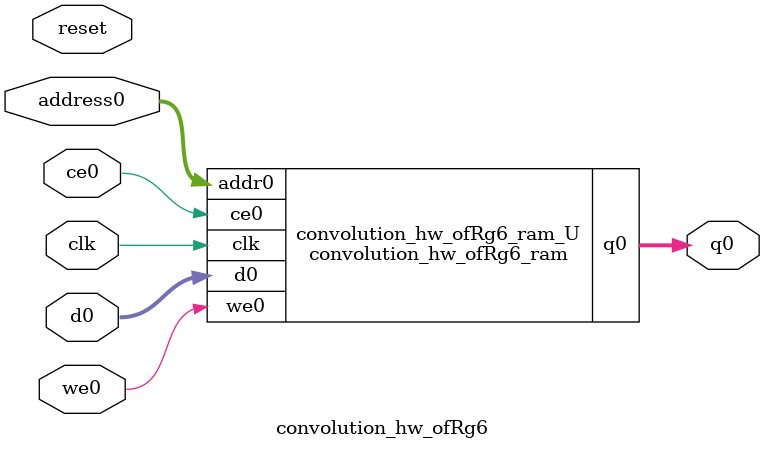
<source format=v>
`timescale 1 ns / 1 ps
module convolution_hw_ofRg6_ram (addr0, ce0, d0, we0, q0,  clk);

parameter DWIDTH = 32;
parameter AWIDTH = 5;
parameter MEM_SIZE = 32;

input[AWIDTH-1:0] addr0;
input ce0;
input[DWIDTH-1:0] d0;
input we0;
output reg[DWIDTH-1:0] q0;
input clk;

(* ram_style = "block" *)reg [DWIDTH-1:0] ram[0:MEM_SIZE-1];




always @(posedge clk)  
begin 
    if (ce0) begin
        if (we0) 
            ram[addr0] <= d0; 
        q0 <= ram[addr0];
    end
end


endmodule

`timescale 1 ns / 1 ps
module convolution_hw_ofRg6(
    reset,
    clk,
    address0,
    ce0,
    we0,
    d0,
    q0);

parameter DataWidth = 32'd32;
parameter AddressRange = 32'd32;
parameter AddressWidth = 32'd5;
input reset;
input clk;
input[AddressWidth - 1:0] address0;
input ce0;
input we0;
input[DataWidth - 1:0] d0;
output[DataWidth - 1:0] q0;



convolution_hw_ofRg6_ram convolution_hw_ofRg6_ram_U(
    .clk( clk ),
    .addr0( address0 ),
    .ce0( ce0 ),
    .we0( we0 ),
    .d0( d0 ),
    .q0( q0 ));

endmodule


</source>
